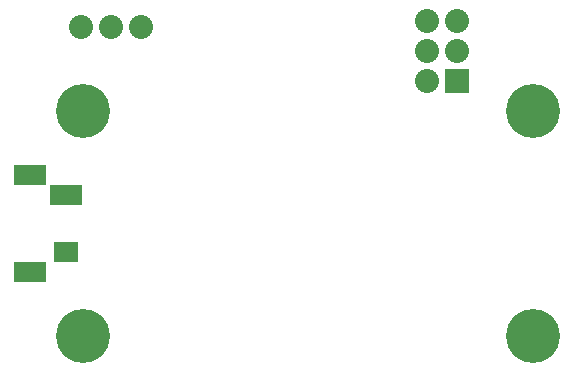
<source format=gbs>
G04 (created by PCBNEW-RS274X (2011-nov-30)-testing) date Mon 06 Aug 2012 11:32:35 AM EDT*
%MOIN*%
G04 Gerber Fmt 3.4, Leading zero omitted, Abs format*
%FSLAX34Y34*%
G01*
G70*
G90*
G04 APERTURE LIST*
%ADD10C,0.006*%
%ADD11C,0.08*%
%ADD12R,0.08X0.08*%
%ADD13R,0.1106X0.0712*%
%ADD14R,0.1067X0.0712*%
%ADD15R,0.0791X0.0712*%
%ADD16C,0.18*%
G04 APERTURE END LIST*
G54D10*
G54D11*
X4430Y14070D03*
X3430Y14070D03*
X2430Y14070D03*
G54D12*
X14980Y12250D03*
G54D11*
X13980Y12250D03*
X14980Y13250D03*
X13980Y13250D03*
X14980Y14250D03*
X13980Y14250D03*
G54D13*
X751Y9114D03*
G54D14*
X1932Y8445D03*
G54D13*
X751Y5886D03*
G54D15*
X1932Y6555D03*
G54D16*
X2500Y11250D03*
X17500Y3750D03*
X17500Y11250D03*
X2500Y3750D03*
M02*

</source>
